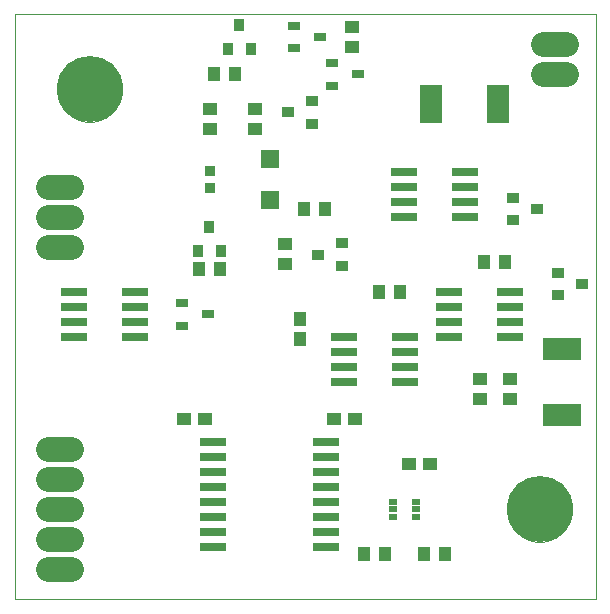
<source format=gts>
G75*
%MOIN*%
%OFA0B0*%
%FSLAX25Y25*%
%IPPOS*%
%LPD*%
%AMOC8*
5,1,8,0,0,1.08239X$1,22.5*
%
%ADD10C,0.00000*%
%ADD11R,0.04337X0.04731*%
%ADD12R,0.04731X0.04337*%
%ADD13R,0.09061X0.02762*%
%ADD14R,0.04337X0.03156*%
%ADD15R,0.03550X0.03550*%
%ADD16R,0.06306X0.06306*%
%ADD17R,0.12998X0.07487*%
%ADD18R,0.07487X0.12998*%
%ADD19R,0.03500X0.03900*%
%ADD20R,0.03900X0.03500*%
%ADD21C,0.08200*%
%ADD22R,0.02762X0.01975*%
%ADD23C,0.22054*%
D10*
X0003450Y0001250D02*
X0003450Y0196211D01*
X0197151Y0196211D01*
X0197151Y0001250D01*
X0003450Y0001250D01*
X0017623Y0171250D02*
X0017626Y0171516D01*
X0017636Y0171781D01*
X0017652Y0172046D01*
X0017675Y0172311D01*
X0017704Y0172575D01*
X0017740Y0172839D01*
X0017782Y0173101D01*
X0017831Y0173362D01*
X0017886Y0173622D01*
X0017947Y0173881D01*
X0018015Y0174138D01*
X0018089Y0174393D01*
X0018169Y0174646D01*
X0018256Y0174898D01*
X0018348Y0175147D01*
X0018447Y0175393D01*
X0018552Y0175638D01*
X0018663Y0175879D01*
X0018779Y0176118D01*
X0018901Y0176354D01*
X0019030Y0176587D01*
X0019163Y0176816D01*
X0019303Y0177042D01*
X0019448Y0177265D01*
X0019598Y0177484D01*
X0019754Y0177700D01*
X0019915Y0177911D01*
X0020081Y0178119D01*
X0020252Y0178322D01*
X0020428Y0178521D01*
X0020609Y0178716D01*
X0020794Y0178906D01*
X0020984Y0179091D01*
X0021179Y0179272D01*
X0021378Y0179448D01*
X0021581Y0179619D01*
X0021789Y0179785D01*
X0022000Y0179946D01*
X0022216Y0180102D01*
X0022435Y0180252D01*
X0022658Y0180397D01*
X0022884Y0180537D01*
X0023113Y0180670D01*
X0023346Y0180799D01*
X0023582Y0180921D01*
X0023821Y0181037D01*
X0024062Y0181148D01*
X0024307Y0181253D01*
X0024553Y0181352D01*
X0024802Y0181444D01*
X0025054Y0181531D01*
X0025307Y0181611D01*
X0025562Y0181685D01*
X0025819Y0181753D01*
X0026078Y0181814D01*
X0026338Y0181869D01*
X0026599Y0181918D01*
X0026861Y0181960D01*
X0027125Y0181996D01*
X0027389Y0182025D01*
X0027654Y0182048D01*
X0027919Y0182064D01*
X0028184Y0182074D01*
X0028450Y0182077D01*
X0028716Y0182074D01*
X0028981Y0182064D01*
X0029246Y0182048D01*
X0029511Y0182025D01*
X0029775Y0181996D01*
X0030039Y0181960D01*
X0030301Y0181918D01*
X0030562Y0181869D01*
X0030822Y0181814D01*
X0031081Y0181753D01*
X0031338Y0181685D01*
X0031593Y0181611D01*
X0031846Y0181531D01*
X0032098Y0181444D01*
X0032347Y0181352D01*
X0032593Y0181253D01*
X0032838Y0181148D01*
X0033079Y0181037D01*
X0033318Y0180921D01*
X0033554Y0180799D01*
X0033787Y0180670D01*
X0034016Y0180537D01*
X0034242Y0180397D01*
X0034465Y0180252D01*
X0034684Y0180102D01*
X0034900Y0179946D01*
X0035111Y0179785D01*
X0035319Y0179619D01*
X0035522Y0179448D01*
X0035721Y0179272D01*
X0035916Y0179091D01*
X0036106Y0178906D01*
X0036291Y0178716D01*
X0036472Y0178521D01*
X0036648Y0178322D01*
X0036819Y0178119D01*
X0036985Y0177911D01*
X0037146Y0177700D01*
X0037302Y0177484D01*
X0037452Y0177265D01*
X0037597Y0177042D01*
X0037737Y0176816D01*
X0037870Y0176587D01*
X0037999Y0176354D01*
X0038121Y0176118D01*
X0038237Y0175879D01*
X0038348Y0175638D01*
X0038453Y0175393D01*
X0038552Y0175147D01*
X0038644Y0174898D01*
X0038731Y0174646D01*
X0038811Y0174393D01*
X0038885Y0174138D01*
X0038953Y0173881D01*
X0039014Y0173622D01*
X0039069Y0173362D01*
X0039118Y0173101D01*
X0039160Y0172839D01*
X0039196Y0172575D01*
X0039225Y0172311D01*
X0039248Y0172046D01*
X0039264Y0171781D01*
X0039274Y0171516D01*
X0039277Y0171250D01*
X0039274Y0170984D01*
X0039264Y0170719D01*
X0039248Y0170454D01*
X0039225Y0170189D01*
X0039196Y0169925D01*
X0039160Y0169661D01*
X0039118Y0169399D01*
X0039069Y0169138D01*
X0039014Y0168878D01*
X0038953Y0168619D01*
X0038885Y0168362D01*
X0038811Y0168107D01*
X0038731Y0167854D01*
X0038644Y0167602D01*
X0038552Y0167353D01*
X0038453Y0167107D01*
X0038348Y0166862D01*
X0038237Y0166621D01*
X0038121Y0166382D01*
X0037999Y0166146D01*
X0037870Y0165913D01*
X0037737Y0165684D01*
X0037597Y0165458D01*
X0037452Y0165235D01*
X0037302Y0165016D01*
X0037146Y0164800D01*
X0036985Y0164589D01*
X0036819Y0164381D01*
X0036648Y0164178D01*
X0036472Y0163979D01*
X0036291Y0163784D01*
X0036106Y0163594D01*
X0035916Y0163409D01*
X0035721Y0163228D01*
X0035522Y0163052D01*
X0035319Y0162881D01*
X0035111Y0162715D01*
X0034900Y0162554D01*
X0034684Y0162398D01*
X0034465Y0162248D01*
X0034242Y0162103D01*
X0034016Y0161963D01*
X0033787Y0161830D01*
X0033554Y0161701D01*
X0033318Y0161579D01*
X0033079Y0161463D01*
X0032838Y0161352D01*
X0032593Y0161247D01*
X0032347Y0161148D01*
X0032098Y0161056D01*
X0031846Y0160969D01*
X0031593Y0160889D01*
X0031338Y0160815D01*
X0031081Y0160747D01*
X0030822Y0160686D01*
X0030562Y0160631D01*
X0030301Y0160582D01*
X0030039Y0160540D01*
X0029775Y0160504D01*
X0029511Y0160475D01*
X0029246Y0160452D01*
X0028981Y0160436D01*
X0028716Y0160426D01*
X0028450Y0160423D01*
X0028184Y0160426D01*
X0027919Y0160436D01*
X0027654Y0160452D01*
X0027389Y0160475D01*
X0027125Y0160504D01*
X0026861Y0160540D01*
X0026599Y0160582D01*
X0026338Y0160631D01*
X0026078Y0160686D01*
X0025819Y0160747D01*
X0025562Y0160815D01*
X0025307Y0160889D01*
X0025054Y0160969D01*
X0024802Y0161056D01*
X0024553Y0161148D01*
X0024307Y0161247D01*
X0024062Y0161352D01*
X0023821Y0161463D01*
X0023582Y0161579D01*
X0023346Y0161701D01*
X0023113Y0161830D01*
X0022884Y0161963D01*
X0022658Y0162103D01*
X0022435Y0162248D01*
X0022216Y0162398D01*
X0022000Y0162554D01*
X0021789Y0162715D01*
X0021581Y0162881D01*
X0021378Y0163052D01*
X0021179Y0163228D01*
X0020984Y0163409D01*
X0020794Y0163594D01*
X0020609Y0163784D01*
X0020428Y0163979D01*
X0020252Y0164178D01*
X0020081Y0164381D01*
X0019915Y0164589D01*
X0019754Y0164800D01*
X0019598Y0165016D01*
X0019448Y0165235D01*
X0019303Y0165458D01*
X0019163Y0165684D01*
X0019030Y0165913D01*
X0018901Y0166146D01*
X0018779Y0166382D01*
X0018663Y0166621D01*
X0018552Y0166862D01*
X0018447Y0167107D01*
X0018348Y0167353D01*
X0018256Y0167602D01*
X0018169Y0167854D01*
X0018089Y0168107D01*
X0018015Y0168362D01*
X0017947Y0168619D01*
X0017886Y0168878D01*
X0017831Y0169138D01*
X0017782Y0169399D01*
X0017740Y0169661D01*
X0017704Y0169925D01*
X0017675Y0170189D01*
X0017652Y0170454D01*
X0017636Y0170719D01*
X0017626Y0170984D01*
X0017623Y0171250D01*
X0167623Y0031250D02*
X0167626Y0031516D01*
X0167636Y0031781D01*
X0167652Y0032046D01*
X0167675Y0032311D01*
X0167704Y0032575D01*
X0167740Y0032839D01*
X0167782Y0033101D01*
X0167831Y0033362D01*
X0167886Y0033622D01*
X0167947Y0033881D01*
X0168015Y0034138D01*
X0168089Y0034393D01*
X0168169Y0034646D01*
X0168256Y0034898D01*
X0168348Y0035147D01*
X0168447Y0035393D01*
X0168552Y0035638D01*
X0168663Y0035879D01*
X0168779Y0036118D01*
X0168901Y0036354D01*
X0169030Y0036587D01*
X0169163Y0036816D01*
X0169303Y0037042D01*
X0169448Y0037265D01*
X0169598Y0037484D01*
X0169754Y0037700D01*
X0169915Y0037911D01*
X0170081Y0038119D01*
X0170252Y0038322D01*
X0170428Y0038521D01*
X0170609Y0038716D01*
X0170794Y0038906D01*
X0170984Y0039091D01*
X0171179Y0039272D01*
X0171378Y0039448D01*
X0171581Y0039619D01*
X0171789Y0039785D01*
X0172000Y0039946D01*
X0172216Y0040102D01*
X0172435Y0040252D01*
X0172658Y0040397D01*
X0172884Y0040537D01*
X0173113Y0040670D01*
X0173346Y0040799D01*
X0173582Y0040921D01*
X0173821Y0041037D01*
X0174062Y0041148D01*
X0174307Y0041253D01*
X0174553Y0041352D01*
X0174802Y0041444D01*
X0175054Y0041531D01*
X0175307Y0041611D01*
X0175562Y0041685D01*
X0175819Y0041753D01*
X0176078Y0041814D01*
X0176338Y0041869D01*
X0176599Y0041918D01*
X0176861Y0041960D01*
X0177125Y0041996D01*
X0177389Y0042025D01*
X0177654Y0042048D01*
X0177919Y0042064D01*
X0178184Y0042074D01*
X0178450Y0042077D01*
X0178716Y0042074D01*
X0178981Y0042064D01*
X0179246Y0042048D01*
X0179511Y0042025D01*
X0179775Y0041996D01*
X0180039Y0041960D01*
X0180301Y0041918D01*
X0180562Y0041869D01*
X0180822Y0041814D01*
X0181081Y0041753D01*
X0181338Y0041685D01*
X0181593Y0041611D01*
X0181846Y0041531D01*
X0182098Y0041444D01*
X0182347Y0041352D01*
X0182593Y0041253D01*
X0182838Y0041148D01*
X0183079Y0041037D01*
X0183318Y0040921D01*
X0183554Y0040799D01*
X0183787Y0040670D01*
X0184016Y0040537D01*
X0184242Y0040397D01*
X0184465Y0040252D01*
X0184684Y0040102D01*
X0184900Y0039946D01*
X0185111Y0039785D01*
X0185319Y0039619D01*
X0185522Y0039448D01*
X0185721Y0039272D01*
X0185916Y0039091D01*
X0186106Y0038906D01*
X0186291Y0038716D01*
X0186472Y0038521D01*
X0186648Y0038322D01*
X0186819Y0038119D01*
X0186985Y0037911D01*
X0187146Y0037700D01*
X0187302Y0037484D01*
X0187452Y0037265D01*
X0187597Y0037042D01*
X0187737Y0036816D01*
X0187870Y0036587D01*
X0187999Y0036354D01*
X0188121Y0036118D01*
X0188237Y0035879D01*
X0188348Y0035638D01*
X0188453Y0035393D01*
X0188552Y0035147D01*
X0188644Y0034898D01*
X0188731Y0034646D01*
X0188811Y0034393D01*
X0188885Y0034138D01*
X0188953Y0033881D01*
X0189014Y0033622D01*
X0189069Y0033362D01*
X0189118Y0033101D01*
X0189160Y0032839D01*
X0189196Y0032575D01*
X0189225Y0032311D01*
X0189248Y0032046D01*
X0189264Y0031781D01*
X0189274Y0031516D01*
X0189277Y0031250D01*
X0189274Y0030984D01*
X0189264Y0030719D01*
X0189248Y0030454D01*
X0189225Y0030189D01*
X0189196Y0029925D01*
X0189160Y0029661D01*
X0189118Y0029399D01*
X0189069Y0029138D01*
X0189014Y0028878D01*
X0188953Y0028619D01*
X0188885Y0028362D01*
X0188811Y0028107D01*
X0188731Y0027854D01*
X0188644Y0027602D01*
X0188552Y0027353D01*
X0188453Y0027107D01*
X0188348Y0026862D01*
X0188237Y0026621D01*
X0188121Y0026382D01*
X0187999Y0026146D01*
X0187870Y0025913D01*
X0187737Y0025684D01*
X0187597Y0025458D01*
X0187452Y0025235D01*
X0187302Y0025016D01*
X0187146Y0024800D01*
X0186985Y0024589D01*
X0186819Y0024381D01*
X0186648Y0024178D01*
X0186472Y0023979D01*
X0186291Y0023784D01*
X0186106Y0023594D01*
X0185916Y0023409D01*
X0185721Y0023228D01*
X0185522Y0023052D01*
X0185319Y0022881D01*
X0185111Y0022715D01*
X0184900Y0022554D01*
X0184684Y0022398D01*
X0184465Y0022248D01*
X0184242Y0022103D01*
X0184016Y0021963D01*
X0183787Y0021830D01*
X0183554Y0021701D01*
X0183318Y0021579D01*
X0183079Y0021463D01*
X0182838Y0021352D01*
X0182593Y0021247D01*
X0182347Y0021148D01*
X0182098Y0021056D01*
X0181846Y0020969D01*
X0181593Y0020889D01*
X0181338Y0020815D01*
X0181081Y0020747D01*
X0180822Y0020686D01*
X0180562Y0020631D01*
X0180301Y0020582D01*
X0180039Y0020540D01*
X0179775Y0020504D01*
X0179511Y0020475D01*
X0179246Y0020452D01*
X0178981Y0020436D01*
X0178716Y0020426D01*
X0178450Y0020423D01*
X0178184Y0020426D01*
X0177919Y0020436D01*
X0177654Y0020452D01*
X0177389Y0020475D01*
X0177125Y0020504D01*
X0176861Y0020540D01*
X0176599Y0020582D01*
X0176338Y0020631D01*
X0176078Y0020686D01*
X0175819Y0020747D01*
X0175562Y0020815D01*
X0175307Y0020889D01*
X0175054Y0020969D01*
X0174802Y0021056D01*
X0174553Y0021148D01*
X0174307Y0021247D01*
X0174062Y0021352D01*
X0173821Y0021463D01*
X0173582Y0021579D01*
X0173346Y0021701D01*
X0173113Y0021830D01*
X0172884Y0021963D01*
X0172658Y0022103D01*
X0172435Y0022248D01*
X0172216Y0022398D01*
X0172000Y0022554D01*
X0171789Y0022715D01*
X0171581Y0022881D01*
X0171378Y0023052D01*
X0171179Y0023228D01*
X0170984Y0023409D01*
X0170794Y0023594D01*
X0170609Y0023784D01*
X0170428Y0023979D01*
X0170252Y0024178D01*
X0170081Y0024381D01*
X0169915Y0024589D01*
X0169754Y0024800D01*
X0169598Y0025016D01*
X0169448Y0025235D01*
X0169303Y0025458D01*
X0169163Y0025684D01*
X0169030Y0025913D01*
X0168901Y0026146D01*
X0168779Y0026382D01*
X0168663Y0026621D01*
X0168552Y0026862D01*
X0168447Y0027107D01*
X0168348Y0027353D01*
X0168256Y0027602D01*
X0168169Y0027854D01*
X0168089Y0028107D01*
X0168015Y0028362D01*
X0167947Y0028619D01*
X0167886Y0028878D01*
X0167831Y0029138D01*
X0167782Y0029399D01*
X0167740Y0029661D01*
X0167704Y0029925D01*
X0167675Y0030189D01*
X0167652Y0030454D01*
X0167636Y0030719D01*
X0167626Y0030984D01*
X0167623Y0031250D01*
D11*
X0146796Y0016250D03*
X0140104Y0016250D03*
X0126796Y0016250D03*
X0120104Y0016250D03*
X0098450Y0087904D03*
X0098450Y0094596D03*
X0125104Y0103750D03*
X0131796Y0103750D03*
X0160104Y0113750D03*
X0166796Y0113750D03*
X0106796Y0131250D03*
X0100104Y0131250D03*
X0071796Y0111250D03*
X0065104Y0111250D03*
X0070104Y0176250D03*
X0076796Y0176250D03*
D12*
X0083450Y0164596D03*
X0083450Y0157904D03*
X0068450Y0157904D03*
X0068450Y0164596D03*
X0093450Y0119596D03*
X0093450Y0112904D03*
X0110104Y0061250D03*
X0116796Y0061250D03*
X0135104Y0046250D03*
X0141796Y0046250D03*
X0158450Y0067904D03*
X0158450Y0074596D03*
X0168450Y0074596D03*
X0168450Y0067904D03*
X0066796Y0061250D03*
X0060104Y0061250D03*
X0115950Y0185404D03*
X0115950Y0192096D03*
D13*
X0133214Y0143750D03*
X0133214Y0138750D03*
X0133214Y0133750D03*
X0133214Y0128750D03*
X0153686Y0128750D03*
X0153686Y0133750D03*
X0153686Y0138750D03*
X0153686Y0143750D03*
X0148214Y0103750D03*
X0148214Y0098750D03*
X0148214Y0093750D03*
X0148214Y0088750D03*
X0133686Y0088750D03*
X0133686Y0083750D03*
X0133686Y0078750D03*
X0133686Y0073750D03*
X0113214Y0073750D03*
X0113214Y0078750D03*
X0113214Y0083750D03*
X0113214Y0088750D03*
X0107348Y0053750D03*
X0107348Y0048750D03*
X0107348Y0043750D03*
X0107348Y0038750D03*
X0107348Y0033750D03*
X0107348Y0028750D03*
X0107348Y0023750D03*
X0107348Y0018750D03*
X0069651Y0018750D03*
X0069651Y0023750D03*
X0069651Y0028750D03*
X0069651Y0033750D03*
X0069651Y0038750D03*
X0069651Y0043750D03*
X0069651Y0048750D03*
X0069651Y0053750D03*
X0043686Y0088750D03*
X0043686Y0093750D03*
X0043686Y0098750D03*
X0043686Y0103750D03*
X0023214Y0103750D03*
X0023214Y0098750D03*
X0023214Y0093750D03*
X0023214Y0088750D03*
X0168686Y0088750D03*
X0168686Y0093750D03*
X0168686Y0098750D03*
X0168686Y0103750D03*
D14*
X0109119Y0172510D03*
X0109119Y0179990D03*
X0117781Y0176250D03*
X0105281Y0188750D03*
X0096619Y0185010D03*
X0096619Y0192490D03*
X0059119Y0099990D03*
X0059119Y0092510D03*
X0067781Y0096250D03*
D15*
X0068450Y0138297D03*
X0068450Y0144203D03*
D16*
X0088450Y0148140D03*
X0088450Y0134360D03*
D17*
X0185950Y0084774D03*
X0185950Y0062726D03*
D18*
X0164474Y0166250D03*
X0142426Y0166250D03*
D19*
X0082150Y0184750D03*
X0074550Y0184750D03*
X0078350Y0192750D03*
X0068350Y0125250D03*
X0064550Y0117250D03*
X0072150Y0117250D03*
D20*
X0104450Y0116150D03*
X0112450Y0112350D03*
X0112450Y0119950D03*
X0102450Y0159850D03*
X0102450Y0167450D03*
X0094450Y0163650D03*
X0169450Y0135150D03*
X0169450Y0127550D03*
X0177450Y0131350D03*
X0184450Y0110150D03*
X0184450Y0102550D03*
X0192450Y0106350D03*
D21*
X0187350Y0176250D02*
X0179550Y0176250D01*
X0179550Y0186250D02*
X0187350Y0186250D01*
X0022350Y0138750D02*
X0014550Y0138750D01*
X0014550Y0128750D02*
X0022350Y0128750D01*
X0022350Y0118750D02*
X0014550Y0118750D01*
X0014550Y0051250D02*
X0022350Y0051250D01*
X0022350Y0041250D02*
X0014550Y0041250D01*
X0014550Y0031250D02*
X0022350Y0031250D01*
X0022350Y0021250D02*
X0014550Y0021250D01*
X0014550Y0011250D02*
X0022350Y0011250D01*
D22*
X0129710Y0028691D03*
X0129710Y0031250D03*
X0129710Y0033809D03*
X0137190Y0033809D03*
X0137190Y0031250D03*
X0137190Y0028691D03*
D23*
X0178450Y0031250D03*
X0028450Y0171250D03*
M02*

</source>
